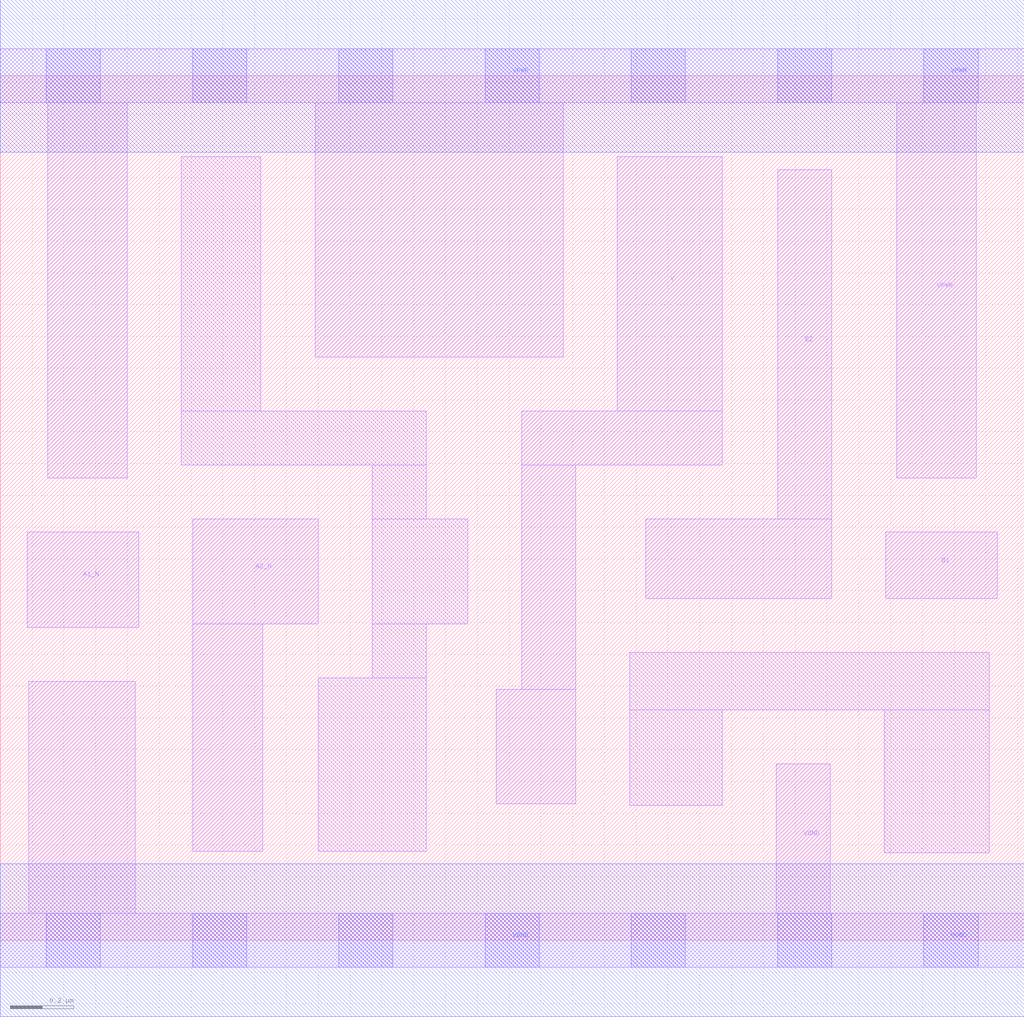
<source format=lef>
# Copyright 2020 The SkyWater PDK Authors
#
# Licensed under the Apache License, Version 2.0 (the "License");
# you may not use this file except in compliance with the License.
# You may obtain a copy of the License at
#
#     https://www.apache.org/licenses/LICENSE-2.0
#
# Unless required by applicable law or agreed to in writing, software
# distributed under the License is distributed on an "AS IS" BASIS,
# WITHOUT WARRANTIES OR CONDITIONS OF ANY KIND, either express or implied.
# See the License for the specific language governing permissions and
# limitations under the License.
#
# SPDX-License-Identifier: Apache-2.0

VERSION 5.7 ;
  NAMESCASESENSITIVE ON ;
  NOWIREEXTENSIONATPIN ON ;
  DIVIDERCHAR "/" ;
  BUSBITCHARS "[]" ;
UNITS
  DATABASE MICRONS 200 ;
END UNITS
MACRO sky130_fd_sc_hd__o2bb2ai_1
  CLASS CORE ;
  SOURCE USER ;
  FOREIGN sky130_fd_sc_hd__o2bb2ai_1 ;
  ORIGIN  0.000000  0.000000 ;
  SIZE  3.220000 BY  2.720000 ;
  SYMMETRY X Y R90 ;
  SITE unithd ;
  PIN A1_N
    ANTENNAGATEAREA  0.247500 ;
    DIRECTION INPUT ;
    USE SIGNAL ;
    PORT
      LAYER li1 ;
        RECT 0.085000 0.985000 0.435000 1.285000 ;
    END
  END A1_N
  PIN A2_N
    ANTENNAGATEAREA  0.247500 ;
    DIRECTION INPUT ;
    USE SIGNAL ;
    PORT
      LAYER li1 ;
        RECT 0.605000 0.280000 0.825000 0.995000 ;
        RECT 0.605000 0.995000 1.000000 1.325000 ;
    END
  END A2_N
  PIN B1
    ANTENNAGATEAREA  0.247500 ;
    DIRECTION INPUT ;
    USE SIGNAL ;
    PORT
      LAYER li1 ;
        RECT 2.785000 1.075000 3.135000 1.285000 ;
    END
  END B1
  PIN B2
    ANTENNAGATEAREA  0.247500 ;
    DIRECTION INPUT ;
    USE SIGNAL ;
    PORT
      LAYER li1 ;
        RECT 2.030000 1.075000 2.615000 1.325000 ;
        RECT 2.445000 1.325000 2.615000 2.425000 ;
    END
  END B2
  PIN Y
    ANTENNADIFFAREA  0.439000 ;
    DIRECTION OUTPUT ;
    USE SIGNAL ;
    PORT
      LAYER li1 ;
        RECT 1.560000 0.430000 1.810000 0.790000 ;
        RECT 1.640000 0.790000 1.810000 1.495000 ;
        RECT 1.640000 1.495000 2.270000 1.665000 ;
        RECT 1.940000 1.665000 2.270000 2.465000 ;
    END
  END Y
  PIN VGND
    DIRECTION INOUT ;
    SHAPE ABUTMENT ;
    USE GROUND ;
    PORT
      LAYER li1 ;
        RECT 0.000000 -0.085000 3.220000 0.085000 ;
        RECT 0.090000  0.085000 0.425000 0.815000 ;
        RECT 2.440000  0.085000 2.610000 0.555000 ;
      LAYER mcon ;
        RECT 0.145000 -0.085000 0.315000 0.085000 ;
        RECT 0.605000 -0.085000 0.775000 0.085000 ;
        RECT 1.065000 -0.085000 1.235000 0.085000 ;
        RECT 1.525000 -0.085000 1.695000 0.085000 ;
        RECT 1.985000 -0.085000 2.155000 0.085000 ;
        RECT 2.445000 -0.085000 2.615000 0.085000 ;
        RECT 2.905000 -0.085000 3.075000 0.085000 ;
      LAYER met1 ;
        RECT 0.000000 -0.240000 3.220000 0.240000 ;
    END
  END VGND
  PIN VPWR
    DIRECTION INOUT ;
    SHAPE ABUTMENT ;
    USE POWER ;
    PORT
      LAYER li1 ;
        RECT 0.000000 2.635000 3.220000 2.805000 ;
        RECT 0.150000 1.455000 0.400000 2.635000 ;
        RECT 0.990000 1.835000 1.770000 2.635000 ;
        RECT 2.820000 1.455000 3.070000 2.635000 ;
      LAYER mcon ;
        RECT 0.145000 2.635000 0.315000 2.805000 ;
        RECT 0.605000 2.635000 0.775000 2.805000 ;
        RECT 1.065000 2.635000 1.235000 2.805000 ;
        RECT 1.525000 2.635000 1.695000 2.805000 ;
        RECT 1.985000 2.635000 2.155000 2.805000 ;
        RECT 2.445000 2.635000 2.615000 2.805000 ;
        RECT 2.905000 2.635000 3.075000 2.805000 ;
      LAYER met1 ;
        RECT 0.000000 2.480000 3.220000 2.960000 ;
    END
  END VPWR
  OBS
    LAYER li1 ;
      RECT 0.570000 1.495000 1.340000 1.665000 ;
      RECT 0.570000 1.665000 0.820000 2.465000 ;
      RECT 1.000000 0.280000 1.340000 0.825000 ;
      RECT 1.170000 0.825000 1.340000 0.995000 ;
      RECT 1.170000 0.995000 1.470000 1.325000 ;
      RECT 1.170000 1.325000 1.340000 1.495000 ;
      RECT 1.980000 0.425000 2.270000 0.725000 ;
      RECT 1.980000 0.725000 3.110000 0.905000 ;
      RECT 2.780000 0.275000 3.110000 0.725000 ;
  END
END sky130_fd_sc_hd__o2bb2ai_1

</source>
